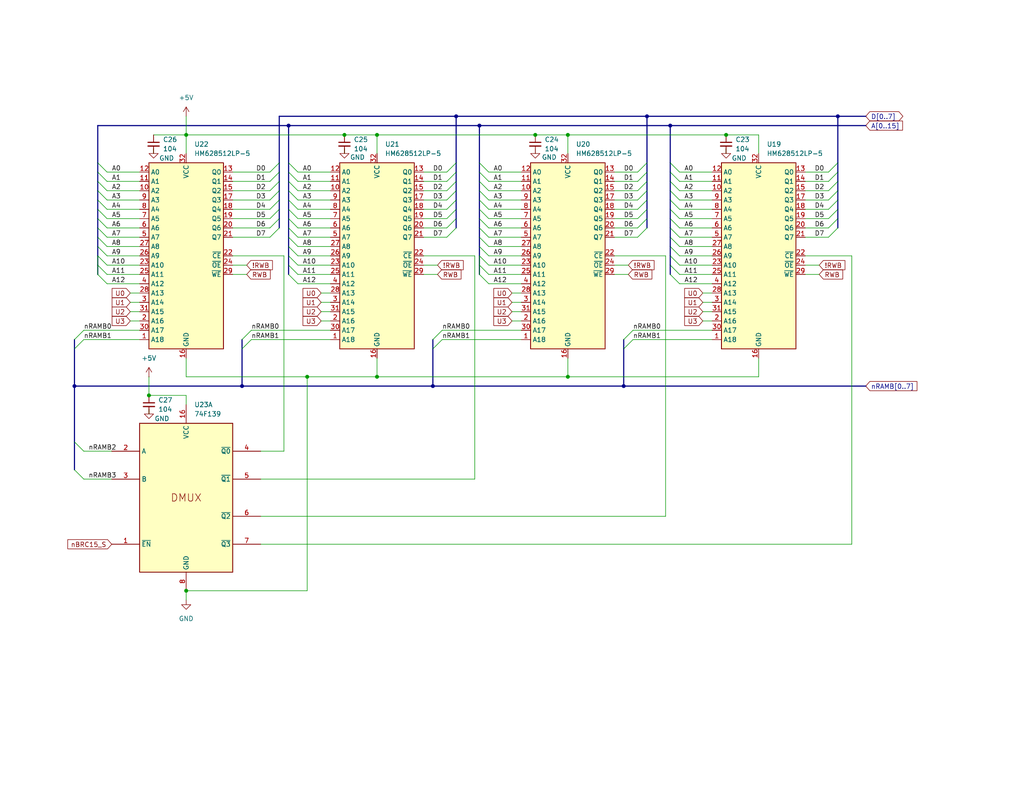
<source format=kicad_sch>
(kicad_sch (version 20231120) (generator "eeschema") (generator_version "8.0")
  (paper "USLetter")
  (title_block (title "Shared RAM Banks") (date "2024-10-09") (rev "0.1A") (company "Data Tuning") (comment 1 "Hydra 16"))
  (lib_symbols
    (symbol "628512_DIP32_1"
      (property "Reference" "U21" (at 2.1941 27.94 0))
      (property "Value" "628512_DIP32" (at 2.1941 25.4 0))
      (symbol "628512_DIP32_1_0_0"
        (pin power_in line (at 0 -30.48 90) (length 2.54) (name "GND") (number "16"))
        (pin power_in line (at 0 25.4 270) (length 2.54) (name "VCC") (number "32"))
      )
      (symbol "628512_DIP32_1_0_1"
        (rectangle (start -10.16 22.86) (end 10.16 -27.94) (stroke (width 0.254)) (fill (type background)))
      )
      (symbol "628512_DIP32_1_1_1"
        (pin input line (at -12.7 -25.4 0) (length 2.54) (name "A18") (number "1"))
        (pin input line (at -12.7 15.24 0) (length 2.54) (name "A2") (number "10"))
        (pin input line (at -12.7 17.78 0) (length 2.54) (name "A1") (number "11"))
        (pin input line (at -12.7 20.32 0) (length 2.54) (name "A0") (number "12"))
        (pin tri_state line (at 12.7 20.32 180) (length 2.54) (name "Q0") (number "13"))
        (pin tri_state line (at 12.7 17.78 180) (length 2.54) (name "Q1") (number "14"))
        (pin tri_state line (at 12.7 15.24 180) (length 2.54) (name "Q2") (number "15"))
        (pin tri_state line (at 12.7 12.7 180) (length 2.54) (name "Q3") (number "17"))
        (pin tri_state line (at 12.7 10.16 180) (length 2.54) (name "Q4") (number "18"))
        (pin tri_state line (at 12.7 7.62 180) (length 2.54) (name "Q5") (number "19"))
        (pin input line (at -12.7 -20.32 0) (length 2.54) (name "A16") (number "2"))
        (pin tri_state line (at 12.7 5.08 180) (length 2.54) (name "Q6") (number "20"))
        (pin tri_state line (at 12.7 2.54 180) (length 2.54) (name "Q7") (number "21"))
        (pin input line (at 12.7 -2.54 180) (length 2.54) (name "~{CE}") (number "22"))
        (pin input line (at -12.7 -5.08 0) (length 2.54) (name "A10") (number "23"))
        (pin input line (at 12.7 -5.08 180) (length 2.54) (name "~{OE}") (number "24"))
        (pin input line (at -12.7 -7.62 0) (length 2.54) (name "A11") (number "25"))
        (pin input line (at -12.7 -2.54 0) (length 2.54) (name "A9") (number "26"))
        (pin input line (at -12.7 0 0) (length 2.54) (name "A8") (number "27"))
        (pin input line (at -12.7 -12.7 0) (length 2.54) (name "A13") (number "28"))
        (pin input line (at 12.7 -7.62 180) (length 2.54) (name "~{WE}") (number "29"))
        (pin input line (at -12.7 -15.24 0) (length 2.54) (name "A14") (number "3"))
        (pin input line (at -12.7 -22.86 0) (length 2.54) (name "A17") (number "30"))
        (pin input line (at -12.7 -17.78 0) (length 2.54) (name "A15") (number "31"))
        (pin input line (at -12.7 -10.16 0) (length 2.54) (name "A12") (number "4"))
        (pin input line (at -12.7 2.54 0) (length 2.54) (name "A7") (number "5"))
        (pin input line (at -12.7 5.08 0) (length 2.54) (name "A6") (number "6"))
        (pin input line (at -12.7 7.62 0) (length 2.54) (name "A5") (number "7"))
        (pin input line (at -12.7 10.16 0) (length 2.54) (name "A4") (number "8"))
        (pin input line (at -12.7 12.7 0) (length 2.54) (name "A3") (number "9"))
      )
    )
    (symbol "74xx_IEEE:74LS139"
      (property "Reference" "U" (at 12.7 22.86 0))
      (property "Value" "74LS139" (at 15.24 -22.86 0))
      (symbol "74LS139_0_0"
        (rectangle (start -12.7 20.32) (end 12.7 -20.32) (stroke (width 0.254)) (fill (type background)))
        (text "DMUX" (at 0 0 0) (effects (font (size 2.032 2.032))))
        (pin power_in line (at 0 25.4 270) (length 5.08) (name "VCC") (number "16"))
        (pin power_in line (at 0 -25.4 90) (length 5.08) (name "GND") (number "8"))
      )
      (symbol "74LS139_1_1"
        (pin input line (at -20.32 -12.7 0) (length 7.62) (name "~{EN}") (number "1"))
        (pin input line (at -20.32 12.7 0) (length 7.62) (name "A") (number "2"))
        (pin input line (at -20.32 5.08 0) (length 7.62) (name "B") (number "3"))
        (pin output line (at 20.32 12.7 180) (length 7.62) (name "~{Q0}") (number "4"))
        (pin output line (at 20.32 5.08 180) (length 7.62) (name "~{Q1}") (number "5"))
        (pin output line (at 20.32 -5.08 180) (length 7.62) (name "~{Q2}") (number "6"))
        (pin output line (at 20.32 -12.7 180) (length 7.62) (name "~{Q3}") (number "7"))
      )
      (symbol "74LS139_2_1"
        (pin output line (at 20.32 -5.08 180) (length 7.62) (name "~{Q2}") (number "10"))
        (pin output line (at 20.32 5.08 180) (length 7.62) (name "~{Q1}") (number "11"))
        (pin output line (at 20.32 12.7 180) (length 7.62) (name "~{Q0}") (number "12"))
        (pin input line (at -20.32 5.08 0) (length 7.62) (name "B") (number "13"))
        (pin input line (at -20.32 12.7 0) (length 7.62) (name "A") (number "14"))
        (pin input line (at -20.32 -12.7 0) (length 7.62) (name "~{EN}") (number "15"))
        (pin output line (at 20.32 -12.7 180) (length 7.62) (name "~{Q3}") (number "9"))
      )
    )
    (symbol "Device:C_Small" (pin_numbers hide) (pin_names (offset 0.254) hide)
      (property "Reference" "C" (at 0.254 1.778 0))
      (property "Value" "C_Small" (at 0.254 -2.032 0))
      (symbol "C_Small_0_1"
        (polyline (pts (xy -1.524 -0.508) (xy 1.524 -0.508)) (stroke (width 0.3302)))
        (polyline (pts (xy -1.524 0.508) (xy 1.524 0.508)) (stroke (width 0.3048)))
      )
      (symbol "C_Small_1_1"
        (pin passive line (at 0 2.54 270) (length 2.032) (name "~") (number "1"))
        (pin passive line (at 0 -2.54 90) (length 2.032) (name "~") (number "2"))
      )
    )
    (symbol "power:+5V" (power) (pin_numbers hide) (pin_names (offset 0) hide)
      (property "Value" "+5V" (at 0 3.556 0))
      (symbol "+5V_0_1"
        (polyline (pts (xy -0.762 1.27) (xy 0 2.54)))
        (polyline (pts (xy 0 0) (xy 0 2.54)))
        (polyline (pts (xy 0 2.54) (xy 0.762 1.27)))
      )
      (symbol "+5V_1_1"
        (pin power_in line (at 0 0 90) (length 0) (name "~") (number "1"))
      )
    )
    (symbol "power:GND" (power) (pin_numbers hide) (pin_names (offset 0) hide)
      (property "Value" "GND" (at 0 -3.81 0))
      (symbol "GND_0_1"
        (polyline (pts (xy 0 0) (xy 0 -1.27) (xy 1.27 -1.27) (xy 0 -2.54) (xy -1.27 -1.27) (xy 0 -1.27)))
      )
      (symbol "GND_1_1"
        (pin power_in line (at 0 0 270) (length 0) (name "~") (number "1"))
      )
    )
  )
  (junction (at 176.53 31.75))
  (junction (at 93.98 36.83))
  (junction (at 83.82 102.87))
  (junction (at 50.8 36.83))
  (junction (at 198.12 36.83))
  (junction (at 78.74 34.29))
  (junction (at 182.88 34.29))
  (junction (at 130.81 34.29))
  (junction (at 40.64 107.95))
  (junction (at 50.8 161.29))
  (junction (at 124.46 31.75))
  (junction (at 102.87 36.83))
  (junction (at 146.05 36.83))
  (junction (at 154.94 102.87))
  (junction (at 102.87 102.87))
  (junction (at 118.11 105.41))
  (junction (at 66.04 105.41))
  (junction (at 170.18 105.41))
  (junction (at 154.94 36.83))
  (junction (at 20.32 105.41))
  (junction (at 228.6 31.75))
  (bus_entry (at 78.74 74.93) (size 2.54 2.54))
  (bus_entry (at 26.67 69.85) (size 2.54 2.54))
  (bus_entry (at 228.6 44.45) (size -2.54 2.54))
  (bus_entry (at 76.2 46.99) (size -2.54 2.54))
  (bus_entry (at 130.81 72.39) (size 2.54 2.54))
  (bus_entry (at 26.67 72.39) (size 2.54 2.54))
  (bus_entry (at 78.74 49.53) (size 2.54 2.54))
  (bus_entry (at 124.46 57.15) (size -2.54 2.54))
  (bus_entry (at 78.74 54.61) (size 2.54 2.54))
  (bus_entry (at 20.32 120.65) (size 2.54 2.54))
  (bus_entry (at 124.46 62.23) (size -2.54 2.54))
  (bus_entry (at 130.81 54.61) (size 2.54 2.54))
  (bus_entry (at 182.88 62.23) (size 2.54 2.54))
  (bus_entry (at 228.6 49.53) (size -2.54 2.54))
  (bus_entry (at 124.46 54.61) (size -2.54 2.54))
  (bus_entry (at 176.53 52.07) (size -2.54 2.54))
  (bus_entry (at 176.53 62.23) (size -2.54 2.54))
  (bus_entry (at 182.88 57.15) (size 2.54 2.54))
  (bus_entry (at 130.81 74.93) (size 2.54 2.54))
  (bus_entry (at 182.88 54.61) (size 2.54 2.54))
  (bus_entry (at 228.6 54.61) (size -2.54 2.54))
  (bus_entry (at 176.53 49.53) (size -2.54 2.54))
  (bus_entry (at 130.81 67.31) (size 2.54 2.54))
  (bus_entry (at 130.81 57.15) (size 2.54 2.54))
  (bus_entry (at 20.32 128.27) (size 2.54 2.54))
  (bus_entry (at 130.81 49.53) (size 2.54 2.54))
  (bus_entry (at 78.74 67.31) (size 2.54 2.54))
  (bus_entry (at 228.6 59.69) (size -2.54 2.54))
  (bus_entry (at 130.81 62.23) (size 2.54 2.54))
  (bus_entry (at 130.81 46.99) (size 2.54 2.54))
  (bus_entry (at 124.46 44.45) (size -2.54 2.54))
  (bus_entry (at 26.67 49.53) (size 2.54 2.54))
  (bus_entry (at 182.88 64.77) (size 2.54 2.54))
  (bus_entry (at 124.46 59.69) (size -2.54 2.54))
  (bus_entry (at 78.74 46.99) (size 2.54 2.54))
  (bus_entry (at 170.18 92.71) (size 2.54 -2.54))
  (bus_entry (at 66.04 92.71) (size 2.54 -2.54))
  (bus_entry (at 170.18 95.25) (size 2.54 -2.54))
  (bus_entry (at 118.11 92.71) (size 2.54 -2.54))
  (bus_entry (at 118.11 95.25) (size 2.54 -2.54))
  (bus_entry (at 78.74 62.23) (size 2.54 2.54))
  (bus_entry (at 228.6 57.15) (size -2.54 2.54))
  (bus_entry (at 182.88 72.39) (size 2.54 2.54))
  (bus_entry (at 228.6 46.99) (size -2.54 2.54))
  (bus_entry (at 130.81 69.85) (size 2.54 2.54))
  (bus_entry (at 182.88 59.69) (size 2.54 2.54))
  (bus_entry (at 20.32 92.71) (size 2.54 -2.54))
  (bus_entry (at 78.74 64.77) (size 2.54 2.54))
  (bus_entry (at 176.53 54.61) (size -2.54 2.54))
  (bus_entry (at 78.74 52.07) (size 2.54 2.54))
  (bus_entry (at 76.2 52.07) (size -2.54 2.54))
  (bus_entry (at 182.88 67.31) (size 2.54 2.54))
  (bus_entry (at 176.53 44.45) (size -2.54 2.54))
  (bus_entry (at 182.88 49.53) (size 2.54 2.54))
  (bus_entry (at 76.2 54.61) (size -2.54 2.54))
  (bus_entry (at 26.67 44.45) (size 2.54 2.54))
  (bus_entry (at 20.32 95.25) (size 2.54 -2.54))
  (bus_entry (at 76.2 59.69) (size -2.54 2.54))
  (bus_entry (at 66.04 95.25) (size 2.54 -2.54))
  (bus_entry (at 176.53 59.69) (size -2.54 2.54))
  (bus_entry (at 130.81 59.69) (size 2.54 2.54))
  (bus_entry (at 130.81 52.07) (size 2.54 2.54))
  (bus_entry (at 26.67 67.31) (size 2.54 2.54))
  (bus_entry (at 228.6 52.07) (size -2.54 2.54))
  (bus_entry (at 26.67 52.07) (size 2.54 2.54))
  (bus_entry (at 124.46 46.99) (size -2.54 2.54))
  (bus_entry (at 78.74 69.85) (size 2.54 2.54))
  (bus_entry (at 26.67 62.23) (size 2.54 2.54))
  (bus_entry (at 26.67 64.77) (size 2.54 2.54))
  (bus_entry (at 76.2 44.45) (size -2.54 2.54))
  (bus_entry (at 182.88 44.45) (size 2.54 2.54))
  (bus_entry (at 182.88 46.99) (size 2.54 2.54))
  (bus_entry (at 26.67 46.99) (size 2.54 2.54))
  (bus_entry (at 76.2 49.53) (size -2.54 2.54))
  (bus_entry (at 78.74 72.39) (size 2.54 2.54))
  (bus_entry (at 78.74 44.45) (size 2.54 2.54))
  (bus_entry (at 76.2 57.15) (size -2.54 2.54))
  (bus_entry (at 26.67 54.61) (size 2.54 2.54))
  (bus_entry (at 124.46 52.07) (size -2.54 2.54))
  (bus_entry (at 26.67 59.69) (size 2.54 2.54))
  (bus_entry (at 182.88 74.93) (size 2.54 2.54))
  (bus_entry (at 182.88 52.07) (size 2.54 2.54))
  (bus_entry (at 130.81 64.77) (size 2.54 2.54))
  (bus_entry (at 124.46 49.53) (size -2.54 2.54))
  (bus_entry (at 78.74 57.15) (size 2.54 2.54))
  (bus_entry (at 182.88 69.85) (size 2.54 2.54))
  (bus_entry (at 228.6 62.23) (size -2.54 2.54))
  (bus_entry (at 26.67 57.15) (size 2.54 2.54))
  (bus_entry (at 76.2 62.23) (size -2.54 2.54))
  (bus_entry (at 130.81 44.45) (size 2.54 2.54))
  (bus_entry (at 78.74 59.69) (size 2.54 2.54))
  (bus_entry (at 176.53 46.99) (size -2.54 2.54))
  (bus_entry (at 176.53 57.15) (size -2.54 2.54))
  (bus_entry (at 26.67 74.93) (size 2.54 2.54))
  (bus (pts (xy 176.53 31.75) (xy 176.53 44.45)))
  (wire (pts (xy 81.28 54.61) (xy 90.17 54.61)))
  (wire (pts (xy 50.8 161.29) (xy 83.82 161.29)))
  (wire (pts (xy 219.71 59.69) (xy 226.06 59.69)))
  (wire (pts (xy 167.64 57.15) (xy 173.99 57.15)))
  (wire (pts (xy 219.71 52.07) (xy 226.06 52.07)))
  (wire (pts (xy 29.21 62.23) (xy 38.1 62.23)))
  (wire (pts (xy 102.87 102.87) (xy 154.94 102.87)))
  (bus (pts (xy 176.53 46.99) (xy 176.53 49.53)))
  (wire (pts (xy 29.21 74.93) (xy 38.1 74.93)))
  (bus (pts (xy 182.88 67.31) (xy 182.88 69.85)))
  (wire (pts (xy 22.86 92.71) (xy 38.1 92.71)))
  (wire (pts (xy 93.98 36.83) (xy 50.8 36.83)))
  (wire (pts (xy 154.94 36.83) (xy 154.94 41.91)))
  (wire (pts (xy 81.28 74.93) (xy 90.17 74.93)))
  (bus (pts (xy 76.2 59.69) (xy 76.2 62.23)))
  (bus (pts (xy 130.81 44.45) (xy 130.81 46.99)))
  (bus (pts (xy 78.74 67.31) (xy 78.74 64.77)))
  (wire (pts (xy 172.72 92.71) (xy 194.31 92.71)))
  (bus (pts (xy 182.88 64.77) (xy 182.88 62.23)))
  (wire (pts (xy 191.77 80.01) (xy 194.31 80.01)))
  (bus (pts (xy 228.6 54.61) (xy 228.6 57.15)))
  (wire (pts (xy 102.87 36.83) (xy 102.87 41.91)))
  (bus (pts (xy 228.6 52.07) (xy 228.6 54.61)))
  (wire (pts (xy 115.57 46.99) (xy 121.92 46.99)))
  (wire (pts (xy 87.63 87.63) (xy 90.17 87.63)))
  (bus (pts (xy 20.32 120.65) (xy 20.32 128.27)))
  (wire (pts (xy 181.61 140.97) (xy 71.12 140.97)))
  (wire (pts (xy 115.57 49.53) (xy 121.92 49.53)))
  (wire (pts (xy 133.35 62.23) (xy 142.24 62.23)))
  (wire (pts (xy 191.77 85.09) (xy 194.31 85.09)))
  (bus (pts (xy 176.53 44.45) (xy 176.53 46.99)))
  (bus (pts (xy 78.74 49.53) (xy 78.74 52.07)))
  (bus (pts (xy 76.2 31.75) (xy 76.2 44.45)))
  (wire (pts (xy 29.21 54.61) (xy 38.1 54.61)))
  (bus (pts (xy 182.88 34.29) (xy 182.88 44.45)))
  (wire (pts (xy 87.63 80.01) (xy 90.17 80.01)))
  (wire (pts (xy 154.94 36.83) (xy 146.05 36.83)))
  (bus (pts (xy 78.74 44.45) (xy 78.74 46.99)))
  (wire (pts (xy 198.12 36.83) (xy 154.94 36.83)))
  (bus (pts (xy 176.53 59.69) (xy 176.53 62.23)))
  (bus (pts (xy 26.67 64.77) (xy 26.67 62.23)))
  (bus (pts (xy 182.88 62.23) (xy 182.88 59.69)))
  (wire (pts (xy 185.42 54.61) (xy 194.31 54.61)))
  (wire (pts (xy 63.5 59.69) (xy 73.66 59.69)))
  (bus (pts (xy 176.53 49.53) (xy 176.53 52.07)))
  (wire (pts (xy 63.5 46.99) (xy 73.66 46.99)))
  (bus (pts (xy 20.32 95.25) (xy 20.32 105.41)))
  (bus (pts (xy 78.74 34.29) (xy 130.81 34.29)))
  (bus (pts (xy 130.81 49.53) (xy 130.81 52.07)))
  (bus (pts (xy 26.67 62.23) (xy 26.67 59.69)))
  (wire (pts (xy 167.64 62.23) (xy 173.99 62.23)))
  (bus (pts (xy 124.46 44.45) (xy 124.46 46.99)))
  (wire (pts (xy 63.5 62.23) (xy 73.66 62.23)))
  (bus (pts (xy 124.46 54.61) (xy 124.46 57.15)))
  (wire (pts (xy 185.42 64.77) (xy 194.31 64.77)))
  (wire (pts (xy 68.58 90.17) (xy 90.17 90.17)))
  (wire (pts (xy 40.64 111.76) (xy 40.64 113.03)))
  (bus (pts (xy 66.04 92.71) (xy 66.04 95.25)))
  (wire (pts (xy 35.56 82.55) (xy 38.1 82.55)))
  (bus (pts (xy 170.18 92.71) (xy 170.18 95.25)))
  (wire (pts (xy 81.28 64.77) (xy 90.17 64.77)))
  (bus (pts (xy 76.2 31.75) (xy 124.46 31.75)))
  (wire (pts (xy 154.94 102.87) (xy 207.01 102.87)))
  (bus (pts (xy 228.6 49.53) (xy 228.6 52.07)))
  (bus (pts (xy 124.46 46.99) (xy 124.46 49.53)))
  (wire (pts (xy 29.21 59.69) (xy 38.1 59.69)))
  (wire (pts (xy 81.28 57.15) (xy 90.17 57.15)))
  (wire (pts (xy 50.8 31.75) (xy 50.8 36.83)))
  (wire (pts (xy 133.35 57.15) (xy 142.24 57.15)))
  (wire (pts (xy 219.71 54.61) (xy 226.06 54.61)))
  (wire (pts (xy 22.86 90.17) (xy 38.1 90.17)))
  (bus (pts (xy 130.81 74.93) (xy 130.81 72.39)))
  (wire (pts (xy 219.71 49.53) (xy 226.06 49.53)))
  (bus (pts (xy 228.6 59.69) (xy 228.6 62.23)))
  (wire (pts (xy 83.82 102.87) (xy 102.87 102.87)))
  (wire (pts (xy 68.58 92.71) (xy 90.17 92.71)))
  (wire (pts (xy 29.21 52.07) (xy 38.1 52.07)))
  (bus (pts (xy 118.11 105.41) (xy 170.18 105.41)))
  (bus (pts (xy 26.67 69.85) (xy 26.67 72.39)))
  (wire (pts (xy 219.71 46.99) (xy 226.06 46.99)))
  (wire (pts (xy 185.42 72.39) (xy 194.31 72.39)))
  (wire (pts (xy 67.31 74.93) (xy 63.5 74.93)))
  (wire (pts (xy 207.01 36.83) (xy 207.01 41.91)))
  (bus (pts (xy 26.67 74.93) (xy 26.67 72.39)))
  (wire (pts (xy 35.56 87.63) (xy 38.1 87.63)))
  (wire (pts (xy 87.63 85.09) (xy 90.17 85.09)))
  (wire (pts (xy 102.87 97.79) (xy 102.87 102.87)))
  (bus (pts (xy 130.81 59.69) (xy 130.81 57.15)))
  (bus (pts (xy 20.32 92.71) (xy 20.32 95.25)))
  (wire (pts (xy 130.81 74.93) (xy 130.81 72.39)))
  (wire (pts (xy 223.52 72.39) (xy 219.71 72.39)))
  (wire (pts (xy 81.28 67.31) (xy 90.17 67.31)))
  (wire (pts (xy 185.42 69.85) (xy 194.31 69.85)))
  (wire (pts (xy 232.41 148.59) (xy 232.41 69.85)))
  (bus (pts (xy 182.88 67.31) (xy 182.88 64.77)))
  (wire (pts (xy 167.64 49.53) (xy 173.99 49.53)))
  (wire (pts (xy 119.38 74.93) (xy 115.57 74.93)))
  (wire (pts (xy 133.35 67.31) (xy 142.24 67.31)))
  (bus (pts (xy 66.04 105.41) (xy 118.11 105.41)))
  (bus (pts (xy 228.6 57.15) (xy 228.6 59.69)))
  (bus (pts (xy 182.88 46.99) (xy 182.88 49.53)))
  (bus (pts (xy 124.46 59.69) (xy 124.46 62.23)))
  (wire (pts (xy 185.42 62.23) (xy 194.31 62.23)))
  (wire (pts (xy 133.35 52.07) (xy 142.24 52.07)))
  (bus (pts (xy 20.32 105.41) (xy 66.04 105.41)))
  (wire (pts (xy 50.8 36.83) (xy 50.8 41.91)))
  (wire (pts (xy 185.42 52.07) (xy 194.31 52.07)))
  (bus (pts (xy 124.46 31.75) (xy 124.46 44.45)))
  (wire (pts (xy 167.64 69.85) (xy 181.61 69.85)))
  (wire (pts (xy 139.7 85.09) (xy 142.24 85.09)))
  (bus (pts (xy 26.67 34.29) (xy 78.74 34.29)))
  (wire (pts (xy 81.28 49.53) (xy 90.17 49.53)))
  (wire (pts (xy 171.45 74.93) (xy 167.64 74.93)))
  (wire (pts (xy 63.5 49.53) (xy 73.66 49.53)))
  (wire (pts (xy 67.31 72.39) (xy 63.5 72.39)))
  (wire (pts (xy 133.35 72.39) (xy 142.24 72.39)))
  (wire (pts (xy 219.71 62.23) (xy 226.06 62.23)))
  (wire (pts (xy 50.8 107.95) (xy 50.8 110.49)))
  (wire (pts (xy 26.67 74.93) (xy 26.67 72.39)))
  (bus (pts (xy 182.88 59.69) (xy 182.88 57.15)))
  (wire (pts (xy 139.7 80.01) (xy 142.24 80.01)))
  (wire (pts (xy 167.64 46.99) (xy 173.99 46.99)))
  (wire (pts (xy 81.28 77.47) (xy 90.17 77.47)))
  (wire (pts (xy 35.56 85.09) (xy 38.1 85.09)))
  (wire (pts (xy 29.21 67.31) (xy 38.1 67.31)))
  (bus (pts (xy 182.88 44.45) (xy 182.88 46.99)))
  (bus (pts (xy 176.53 31.75) (xy 228.6 31.75)))
  (wire (pts (xy 22.86 123.19) (xy 30.48 123.19)))
  (wire (pts (xy 81.28 59.69) (xy 90.17 59.69)))
  (wire (pts (xy 133.35 77.47) (xy 142.24 77.47)))
  (wire (pts (xy 133.35 59.69) (xy 142.24 59.69)))
  (bus (pts (xy 130.81 46.99) (xy 130.81 49.53)))
  (wire (pts (xy 146.05 40.64) (xy 146.05 41.91)))
  (wire (pts (xy 185.42 77.47) (xy 194.31 77.47)))
  (wire (pts (xy 71.12 148.59) (xy 232.41 148.59)))
  (wire (pts (xy 120.65 90.17) (xy 142.24 90.17)))
  (bus (pts (xy 182.88 69.85) (xy 182.88 72.39)))
  (bus (pts (xy 76.2 54.61) (xy 76.2 57.15)))
  (wire (pts (xy 171.45 72.39) (xy 167.64 72.39)))
  (bus (pts (xy 26.67 59.69) (xy 26.67 57.15)))
  (wire (pts (xy 167.64 54.61) (xy 173.99 54.61)))
  (bus (pts (xy 66.04 95.25) (xy 66.04 105.41)))
  (wire (pts (xy 115.57 64.77) (xy 121.92 64.77)))
  (bus (pts (xy 130.81 54.61) (xy 130.81 57.15)))
  (bus (pts (xy 130.81 34.29) (xy 130.81 44.45)))
  (bus (pts (xy 176.53 57.15) (xy 176.53 59.69)))
  (wire (pts (xy 29.21 69.85) (xy 38.1 69.85)))
  (wire (pts (xy 29.21 57.15) (xy 38.1 57.15)))
  (bus (pts (xy 124.46 57.15) (xy 124.46 59.69)))
  (bus (pts (xy 78.74 34.29) (xy 78.74 44.45)))
  (wire (pts (xy 133.35 54.61) (xy 142.24 54.61)))
  (wire (pts (xy 115.57 69.85) (xy 129.54 69.85)))
  (bus (pts (xy 182.88 52.07) (xy 182.88 54.61)))
  (bus (pts (xy 26.67 52.07) (xy 26.67 54.61)))
  (bus (pts (xy 182.88 54.61) (xy 182.88 57.15)))
  (wire (pts (xy 81.28 52.07) (xy 90.17 52.07)))
  (wire (pts (xy 41.91 36.83) (xy 50.8 36.83)))
  (bus (pts (xy 228.6 44.45) (xy 228.6 46.99)))
  (wire (pts (xy 50.8 102.87) (xy 83.82 102.87)))
  (bus (pts (xy 78.74 67.31) (xy 78.74 69.85)))
  (bus (pts (xy 76.2 57.15) (xy 76.2 59.69)))
  (wire (pts (xy 129.54 69.85) (xy 129.54 130.81)))
  (bus (pts (xy 76.2 46.99) (xy 76.2 49.53)))
  (wire (pts (xy 81.28 46.99) (xy 90.17 46.99)))
  (bus (pts (xy 176.53 54.61) (xy 176.53 57.15)))
  (bus (pts (xy 130.81 34.29) (xy 182.88 34.29)))
  (bus (pts (xy 182.88 34.29) (xy 236.22 34.29)))
  (bus (pts (xy 26.67 44.45) (xy 26.67 46.99)))
  (wire (pts (xy 63.5 69.85) (xy 77.47 69.85)))
  (wire (pts (xy 77.47 69.85) (xy 77.47 123.19)))
  (wire (pts (xy 115.57 57.15) (xy 121.92 57.15)))
  (bus (pts (xy 124.46 31.75) (xy 176.53 31.75)))
  (wire (pts (xy 120.65 92.71) (xy 142.24 92.71)))
  (wire (pts (xy 29.21 77.47) (xy 38.1 77.47)))
  (wire (pts (xy 133.35 64.77) (xy 142.24 64.77)))
  (wire (pts (xy 29.21 46.99) (xy 38.1 46.99)))
  (wire (pts (xy 22.86 130.81) (xy 30.48 130.81)))
  (wire (pts (xy 181.61 69.85) (xy 181.61 140.97)))
  (wire (pts (xy 185.42 46.99) (xy 194.31 46.99)))
  (bus (pts (xy 26.67 67.31) (xy 26.67 69.85)))
  (wire (pts (xy 219.71 64.77) (xy 226.06 64.77)))
  (wire (pts (xy 63.5 52.07) (xy 73.66 52.07)))
  (wire (pts (xy 207.01 36.83) (xy 198.12 36.83)))
  (bus (pts (xy 78.74 54.61) (xy 78.74 57.15)))
  (bus (pts (xy 176.53 52.07) (xy 176.53 54.61)))
  (wire (pts (xy 133.35 74.93) (xy 142.24 74.93)))
  (wire (pts (xy 119.38 72.39) (xy 115.57 72.39)))
  (wire (pts (xy 167.64 59.69) (xy 173.99 59.69)))
  (wire (pts (xy 93.98 40.64) (xy 93.98 41.91)))
  (wire (pts (xy 146.05 36.83) (xy 102.87 36.83)))
  (wire (pts (xy 29.21 64.77) (xy 38.1 64.77)))
  (wire (pts (xy 185.42 57.15) (xy 194.31 57.15)))
  (bus (pts (xy 130.81 52.07) (xy 130.81 54.61)))
  (bus (pts (xy 26.67 67.31) (xy 26.67 64.77)))
  (wire (pts (xy 139.7 82.55) (xy 142.24 82.55)))
  (wire (pts (xy 35.56 80.01) (xy 38.1 80.01)))
  (wire (pts (xy 185.42 59.69) (xy 194.31 59.69)))
  (bus (pts (xy 78.74 74.93) (xy 78.74 72.39)))
  (wire (pts (xy 167.64 52.07) (xy 173.99 52.07)))
  (wire (pts (xy 185.42 49.53) (xy 194.31 49.53)))
  (bus (pts (xy 130.81 62.23) (xy 130.81 59.69)))
  (bus (pts (xy 78.74 59.69) (xy 78.74 57.15)))
  (wire (pts (xy 40.64 102.87) (xy 40.64 107.95)))
  (bus (pts (xy 182.88 74.93) (xy 182.88 72.39)))
  (bus (pts (xy 130.81 69.85) (xy 130.81 72.39)))
  (bus (pts (xy 78.74 46.99) (xy 78.74 49.53)))
  (wire (pts (xy 133.35 49.53) (xy 142.24 49.53)))
  (wire (pts (xy 50.8 97.79) (xy 50.8 102.87)))
  (bus (pts (xy 228.6 31.75) (xy 228.6 44.45)))
  (bus (pts (xy 182.88 49.53) (xy 182.88 52.07)))
  (wire (pts (xy 115.57 52.07) (xy 121.92 52.07)))
  (bus (pts (xy 26.67 54.61) (xy 26.67 57.15)))
  (wire (pts (xy 172.72 90.17) (xy 194.31 90.17)))
  (wire (pts (xy 133.35 46.99) (xy 142.24 46.99)))
  (bus (pts (xy 26.67 46.99) (xy 26.67 49.53)))
  (bus (pts (xy 228.6 46.99) (xy 228.6 49.53)))
  (bus (pts (xy 228.6 31.75) (xy 236.22 31.75)))
  (wire (pts (xy 219.71 57.15) (xy 226.06 57.15)))
  (wire (pts (xy 41.91 40.64) (xy 41.91 41.91)))
  (wire (pts (xy 115.57 59.69) (xy 121.92 59.69)))
  (wire (pts (xy 185.42 74.93) (xy 194.31 74.93)))
  (bus (pts (xy 20.32 105.41) (xy 20.32 120.65)))
  (bus (pts (xy 26.67 49.53) (xy 26.67 52.07)))
  (wire (pts (xy 223.52 74.93) (xy 219.71 74.93)))
  (wire (pts (xy 185.42 67.31) (xy 194.31 67.31)))
  (wire (pts (xy 40.64 107.95) (xy 50.8 107.95)))
  (bus (pts (xy 118.11 92.71) (xy 118.11 95.25)))
  (wire (pts (xy 219.71 69.85) (xy 232.41 69.85)))
  (wire (pts (xy 71.12 130.81) (xy 129.54 130.81)))
  (wire (pts (xy 81.28 62.23) (xy 90.17 62.23)))
  (bus (pts (xy 130.81 67.31) (xy 130.81 64.77)))
  (bus (pts (xy 78.74 64.77) (xy 78.74 62.23)))
  (wire (pts (xy 191.77 82.55) (xy 194.31 82.55)))
  (wire (pts (xy 191.77 87.63) (xy 194.31 87.63)))
  (wire (pts (xy 115.57 62.23) (xy 121.92 62.23)))
  (bus (pts (xy 78.74 69.85) (xy 78.74 72.39)))
  (wire (pts (xy 71.12 123.19) (xy 77.47 123.19)))
  (bus (pts (xy 170.18 105.41) (xy 236.22 105.41)))
  (wire (pts (xy 63.5 54.61) (xy 73.66 54.61)))
  (bus (pts (xy 76.2 52.07) (xy 76.2 54.61)))
  (bus (pts (xy 76.2 44.45) (xy 76.2 46.99)))
  (wire (pts (xy 83.82 102.87) (xy 83.82 161.29)))
  (wire (pts (xy 63.5 64.77) (xy 73.66 64.77)))
  (wire (pts (xy 26.67 72.39) (xy 26.67 69.85)))
  (bus (pts (xy 118.11 95.25) (xy 118.11 105.41)))
  (bus (pts (xy 124.46 49.53) (xy 124.46 52.07)))
  (wire (pts (xy 29.21 49.53) (xy 38.1 49.53)))
  (wire (pts (xy 207.01 97.79) (xy 207.01 102.87)))
  (wire (pts (xy 154.94 97.79) (xy 154.94 102.87)))
  (wire (pts (xy 81.28 69.85) (xy 90.17 69.85)))
  (wire (pts (xy 167.64 64.77) (xy 173.99 64.77)))
  (wire (pts (xy 87.63 82.55) (xy 90.17 82.55)))
  (bus (pts (xy 124.46 52.07) (xy 124.46 54.61)))
  (bus (pts (xy 130.81 64.77) (xy 130.81 62.23)))
  (wire (pts (xy 29.21 72.39) (xy 38.1 72.39)))
  (wire (pts (xy 63.5 57.15) (xy 73.66 57.15)))
  (bus (pts (xy 76.2 49.53) (xy 76.2 52.07)))
  (wire (pts (xy 50.8 163.83) (xy 50.8 161.29)))
  (wire (pts (xy 139.7 87.63) (xy 142.24 87.63)))
  (bus (pts (xy 130.81 67.31) (xy 130.81 69.85)))
  (bus (pts (xy 26.67 34.29) (xy 26.67 44.45)))
  (wire (pts (xy 198.12 40.64) (xy 198.12 41.91)))
  (wire (pts (xy 81.28 72.39) (xy 90.17 72.39)))
  (bus (pts (xy 78.74 62.23) (xy 78.74 59.69)))
  (wire (pts (xy 133.35 69.85) (xy 142.24 69.85)))
  (wire (pts (xy 115.57 54.61) (xy 121.92 54.61)))
  (bus (pts (xy 78.74 52.07) (xy 78.74 54.61)))
  (bus (pts (xy 170.18 95.25) (xy 170.18 105.41)))
  (wire (pts (xy 102.87 36.83) (xy 93.98 36.83)))
  (wire (pts (xy 130.81 72.39) (xy 130.81 69.85)))
  (label "nRAMB0" (at 68.58 90.17 0))
  (label "D6" (at 69.85 62.23 0))
  (label "A10" (at 186.69 72.39 0))
  (label "A12" (at 30.48 77.47 0))
  (label "A2" (at 82.55 52.07 0))
  (label "A10" (at 82.55 72.39 0))
  (label "D5" (at 170.18 59.69 0))
  (label "nRAMB2" (at 24.13 123.19 0))
  (label "nRAMB0" (at 172.72 90.17 0))
  (label "A6" (at 186.69 62.23 0))
  (label "A4" (at 30.48 57.15 0))
  (label "D2" (at 118.11 52.07 0))
  (label "D5" (at 222.25 59.69 0))
  (label "D4" (at 69.85 57.15 0))
  (label "nRAMB1" (at 172.72 92.71 0))
  (label "A7" (at 30.48 64.77 0))
  (label "D4" (at 170.18 57.15 0))
  (label "A2" (at 134.62 52.07 0))
  (label "A3" (at 134.62 54.61 0))
  (label "A6" (at 82.55 62.23 0))
  (label "nRAMB1" (at 22.86 92.71 0))
  (label "A4" (at 186.69 57.15 0))
  (label "D7" (at 69.85 64.77 0))
  (label "A11" (at 186.69 74.93 0))
  (label "D5" (at 118.11 59.69 0))
  (label "D0" (at 118.11 46.99 0))
  (label "A9" (at 134.62 69.85 0))
  (label "A5" (at 30.48 59.69 0))
  (label "D2" (at 69.85 52.07 0))
  (label "D7" (at 118.11 64.77 0))
  (label "D2" (at 222.25 52.07 0))
  (label "A3" (at 186.69 54.61 0))
  (label "nRAMB3" (at 24.13 130.81 0))
  (label "A10" (at 134.62 72.39 0))
  (label "A0" (at 30.48 46.99 0))
  (label "D1" (at 222.25 49.53 0))
  (label "A8" (at 82.55 67.31 0))
  (label "A1" (at 30.48 49.53 0))
  (label "A12" (at 82.55 77.47 0))
  (label "D3" (at 170.18 54.61 0))
  (label "A5" (at 134.62 59.69 0))
  (label "A4" (at 134.62 57.15 0))
  (label "D6" (at 118.11 62.23 0))
  (label "A7" (at 186.69 64.77 0))
  (label "A3" (at 82.55 54.61 0))
  (label "D1" (at 118.11 49.53 0))
  (label "A9" (at 30.48 69.85 0))
  (label "A12" (at 186.69 77.47 0))
  (label "A0" (at 186.69 46.99 0))
  (label "A3" (at 30.48 54.61 0))
  (label "A6" (at 134.62 62.23 0))
  (label "D0" (at 222.25 46.99 0))
  (label "A11" (at 82.55 74.93 0))
  (label "nRAMB0" (at 120.65 90.17 0))
  (label "A11" (at 134.62 74.93 0))
  (label "D6" (at 170.18 62.23 0))
  (label "A12" (at 134.62 77.47 0))
  (label "A1" (at 82.55 49.53 0))
  (label "A0" (at 134.62 46.99 0))
  (label "A0" (at 82.55 46.99 0))
  (label "A7" (at 134.62 64.77 0))
  (label "A8" (at 134.62 67.31 0))
  (label "D1" (at 170.18 49.53 0))
  (label "A8" (at 186.69 67.31 0))
  (label "D7" (at 170.18 64.77 0))
  (label "D4" (at 222.25 57.15 0))
  (label "A6" (at 30.48 62.23 0))
  (label "A2" (at 30.48 52.07 0))
  (label "D4" (at 118.11 57.15 0))
  (label "A5" (at 82.55 59.69 0))
  (label "A9" (at 82.55 69.85 0))
  (label "A1" (at 134.62 49.53 0))
  (label "A2" (at 186.69 52.07 0))
  (label "D0" (at 69.85 46.99 0))
  (label "A8" (at 30.48 67.31 0))
  (label "D6" (at 222.25 62.23 0))
  (label "D7" (at 222.25 64.77 0))
  (label "D3" (at 118.11 54.61 0))
  (label "D3" (at 69.85 54.61 0))
  (label "A9" (at 186.69 69.85 0))
  (label "A5" (at 186.69 59.69 0))
  (label "A1" (at 186.69 49.53 0))
  (label "nRAMB1" (at 68.58 92.71 0))
  (label "A4" (at 82.55 57.15 0))
  (label "D2" (at 170.18 52.07 0))
  (label "A11" (at 30.48 74.93 0))
  (label "D3" (at 222.25 54.61 0))
  (label "D1" (at 69.85 49.53 0))
  (label "nRAMB1" (at 120.65 92.71 0))
  (label "D0" (at 170.18 46.99 0))
  (label "A7" (at 82.55 64.77 0))
  (label "nRAMB0" (at 22.86 90.17 0))
  (label "D5" (at 69.85 59.69 0))
  (label "A10" (at 30.48 72.39 0))
  (global_label "U2" (shape input) (at 191.77 85.09 180) (property "Intersheetrefs" "${INTERSHEET_REFS}" (effects (hide yes))))
  (global_label "U3" (shape input) (at 87.63 87.63 180) (property "Intersheetrefs" "${INTERSHEET_REFS}" (effects (hide yes))))
  (global_label "U2" (shape input) (at 139.7 85.09 180) (property "Intersheetrefs" "${INTERSHEET_REFS}" (effects (hide yes))))
  (global_label "U1" (shape input) (at 35.56 82.55 180) (property "Intersheetrefs" "${INTERSHEET_REFS}" (effects (hide yes))))
  (global_label "U1" (shape input) (at 87.63 82.55 180) (property "Intersheetrefs" "${INTERSHEET_REFS}" (effects (hide yes))))
  (global_label "U0" (shape input) (at 139.7 80.01 180) (property "Intersheetrefs" "${INTERSHEET_REFS}" (effects (hide yes))))
  (global_label "nRAMB[0..7]" (shape input) (at 236.22 105.41 0) (property "Intersheetrefs" "${INTERSHEET_REFS}" (effects (hide yes))))
  (global_label "U3" (shape input) (at 35.56 87.63 180) (property "Intersheetrefs" "${INTERSHEET_REFS}" (effects (hide yes))))
  (global_label "RWB" (shape input) (at 119.38 74.93 0) (property "Intersheetrefs" "${INTERSHEET_REFS}" (effects (hide yes))))
  (global_label "U3" (shape input) (at 191.77 87.63 180) (property "Intersheetrefs" "${INTERSHEET_REFS}" (effects (hide yes))))
  (global_label "!RWB" (shape input) (at 119.38 72.39 0) (property "Intersheetrefs" "${INTERSHEET_REFS}" (effects (hide yes))))
  (global_label "!RWB" (shape input) (at 223.52 72.39 0) (property "Intersheetrefs" "${INTERSHEET_REFS}" (effects (hide yes))))
  (global_label "RWB" (shape input) (at 171.45 74.93 0) (property "Intersheetrefs" "${INTERSHEET_REFS}" (effects (hide yes))))
  (global_label "U0" (shape input) (at 191.77 80.01 180) (property "Intersheetrefs" "${INTERSHEET_REFS}" (effects (hide yes))))
  (global_label "U1" (shape input) (at 191.77 82.55 180) (property "Intersheetrefs" "${INTERSHEET_REFS}" (effects (hide yes))))
  (global_label "!RWB" (shape input) (at 171.45 72.39 0) (property "Intersheetrefs" "${INTERSHEET_REFS}" (effects (hide yes))))
  (global_label "U2" (shape input) (at 87.63 85.09 180) (property "Intersheetrefs" "${INTERSHEET_REFS}" (effects (hide yes))))
  (global_label "U3" (shape input) (at 139.7 87.63 180) (property "Intersheetrefs" "${INTERSHEET_REFS}" (effects (hide yes))))
  (global_label "U1" (shape input) (at 139.7 82.55 180) (property "Intersheetrefs" "${INTERSHEET_REFS}" (effects (hide yes))))
  (global_label "U0" (shape input) (at 87.63 80.01 180) (property "Intersheetrefs" "${INTERSHEET_REFS}" (effects (hide yes))))
  (global_label "U0" (shape input) (at 35.56 80.01 180) (property "Intersheetrefs" "${INTERSHEET_REFS}" (effects (hide yes))))
  (global_label "U2" (shape input) (at 35.56 85.09 180) (property "Intersheetrefs" "${INTERSHEET_REFS}" (effects (hide yes))))
  (global_label "A[0..15]" (shape input) (at 236.22 34.29 0) (property "Intersheetrefs" "${INTERSHEET_REFS}" (effects (hide yes))))
  (global_label "D[0..7]" (shape bidirectional) (at 236.22 31.75 0) (property "Intersheetrefs" "${INTERSHEET_REFS}" (effects (hide yes))))
  (global_label "nBRC15_S" (shape input) (at 30.48 148.59 180) (property "Intersheetrefs" "${INTERSHEET_REFS}" (effects (hide yes))))
  (global_label "!RWB" (shape input) (at 67.31 72.39 0) (property "Intersheetrefs" "${INTERSHEET_REFS}" (effects (hide yes))))
  (global_label "RWB" (shape input) (at 67.31 74.93 0) (property "Intersheetrefs" "${INTERSHEET_REFS}" (effects (hide yes))))
  (global_label "RWB" (shape input) (at 223.52 74.93 0) (property "Intersheetrefs" "${INTERSHEET_REFS}" (effects (hide yes))))
  (symbol (lib_name "628512_DIP32_1") (lib_id "Memory_RAM:628512_DIP32") (at 154.94 67.31 0) (unit 1)
    (property "Reference" "U20" (at 157.1341 39.37 0) (effects (justify left)))
    (property "Value" "HM628512LP-5" (at 157.1341 41.91 0) (effects (justify left)))
    (property "Footprint" "Package_DIP:DIP-32_W15.24mm_Socket_LongPads" (effects (hide yes)))
    (property "Datasheet" "http://www.futurlec.com/Datasheet/Memory/628512.pdf" (effects (hide yes)))
    (property "Description" "512K x 8 High-Speed CMOS Static RAM, 55/70ns, DIP-32" (effects (hide yes)))
  )
  (symbol (lib_id "Device:C_Small") (at 41.91 39.37 0) (unit 1)
    (property "Reference" "C26" (at 44.45 38.1062 0) (effects (justify left)))
    (property "Value" "104" (at 44.45 40.6462 0) (effects (justify left)))
    (property "Footprint" "Capacitor_THT:C_Disc_D5.0mm_W2.5mm_P5.00mm" (effects (hide yes)))
    (property "Description" "Unpolarized capacitor, small symbol" (effects (hide yes)))
  )
  (symbol (lib_id "Device:C_Small") (at 146.05 39.37 0) (unit 1)
    (property "Reference" "C24" (at 148.59 38.1062 0) (effects (justify left)))
    (property "Value" "104" (at 148.59 40.6462 0) (effects (justify left)))
    (property "Footprint" "Capacitor_THT:C_Disc_D5.0mm_W2.5mm_P5.00mm" (effects (hide yes)))
    (property "Description" "Unpolarized capacitor, small symbol" (effects (hide yes)))
  )
  (symbol (lib_id "power:GND") (at 93.98 40.64 0) (unit 1)
    (property "Reference" "#PWR028" (effects (hide yes)))
    (property "Value" "GND" (at 97.536 42.926 0))
    (property "Description" "Power symbol creates a global label with name \"GND\" , ground" (effects (hide yes)))
  )
  (symbol (lib_id "power:+5V") (at 40.64 102.87 0) (unit 1)
    (property "Reference" "#PWR041" (effects (hide yes)))
    (property "Value" "+5V" (at 40.64 97.79 0))
    (property "Description" "Power symbol creates a global label with name \"+5V\"" (effects (hide yes)))
  )
  (symbol (lib_id "power:GND") (at 41.91 40.64 0) (unit 1)
    (property "Reference" "#PWR029" (effects (hide yes)))
    (property "Value" "GND" (at 45.466 43.18 0))
    (property "Description" "Power symbol creates a global label with name \"GND\" , ground" (effects (hide yes)))
  )
  (symbol (lib_id "Device:C_Small") (at 40.64 110.49 0) (unit 1)
    (property "Reference" "C27" (at 43.18 109.2262 0) (effects (justify left)))
    (property "Value" "104" (at 43.18 111.7662 0) (effects (justify left)))
    (property "Footprint" "Capacitor_THT:C_Disc_D5.0mm_W2.5mm_P5.00mm" (effects (hide yes)))
    (property "Description" "Unpolarized capacitor, small symbol" (effects (hide yes)))
  )
  (symbol (lib_name "628512_DIP32_1") (lib_id "Memory_RAM:628512_DIP32") (at 207.01 67.31 0) (unit 1)
    (property "Reference" "U19" (at 209.2041 39.37 0) (effects (justify left)))
    (property "Value" "HM628512LP-5" (at 209.2041 41.91 0) (effects (justify left)))
    (property "Footprint" "Package_DIP:DIP-32_W15.24mm_Socket_LongPads" (effects (hide yes)))
    (property "Datasheet" "http://www.futurlec.com/Datasheet/Memory/628512.pdf" (effects (hide yes)))
    (property "Description" "512K x 8 High-Speed CMOS Static RAM, 55/70ns, DIP-32" (effects (hide yes)))
  )
  (symbol (lib_id "power:GND") (at 198.12 40.64 0) (unit 1)
    (property "Reference" "#PWR026" (effects (hide yes)))
    (property "Value" "GND" (at 201.676 43.18 0))
    (property "Description" "Power symbol creates a global label with name \"GND\" , ground" (effects (hide yes)))
  )
  (symbol (lib_id "Device:C_Small") (at 93.98 39.37 0) (unit 1)
    (property "Reference" "C25" (at 96.52 38.1062 0) (effects (justify left)))
    (property "Value" "104" (at 96.52 40.6462 0) (effects (justify left)))
    (property "Footprint" "Capacitor_THT:C_Disc_D5.0mm_W2.5mm_P5.00mm" (effects (hide yes)))
    (property "Description" "Unpolarized capacitor, small symbol" (effects (hide yes)))
  )
  (symbol (lib_id "power:GND") (at 146.05 40.64 0) (unit 1)
    (property "Reference" "#PWR027" (effects (hide yes)))
    (property "Value" "GND" (at 149.86 42.926 0))
    (property "Description" "Power symbol creates a global label with name \"GND\" , ground" (effects (hide yes)))
  )
  (symbol (lib_name "628512_DIP32_1") (lib_id "Memory_RAM:628512_DIP32") (at 50.8 67.31 0) (unit 1)
    (property "Reference" "U22" (at 52.9941 39.37 0) (effects (justify left)))
    (property "Value" "HM628512LP-5" (at 52.9941 41.91 0) (effects (justify left)))
    (property "Footprint" "Package_DIP:DIP-32_W15.24mm_Socket_LongPads" (effects (hide yes)))
    (property "Datasheet" "http://www.futurlec.com/Datasheet/Memory/628512.pdf" (effects (hide yes)))
    (property "Description" "512K x 8 High-Speed CMOS Static RAM, 55/70ns, DIP-32" (effects (hide yes)))
  )
  (symbol (lib_id "Device:C_Small") (at 198.12 39.37 0) (unit 1)
    (property "Reference" "C23" (at 200.66 38.1062 0) (effects (justify left)))
    (property "Value" "104" (at 200.66 40.6462 0) (effects (justify left)))
    (property "Footprint" "Capacitor_THT:C_Disc_D5.0mm_W2.5mm_P5.00mm" (effects (hide yes)))
    (property "Description" "Unpolarized capacitor, small symbol" (effects (hide yes)))
  )
  (symbol (lib_id "power:GND") (at 50.8 163.83 0) (unit 1)
    (property "Reference" "#PWR06" (effects (hide yes)))
    (property "Value" "GND" (at 50.8 168.91 0))
    (property "Description" "Power symbol creates a global label with name \"GND\" , ground" (effects (hide yes)))
  )
  (symbol (lib_id "power:+5V") (at 50.8 31.75 0) (unit 1)
    (property "Reference" "#PWR05" (effects (hide yes)))
    (property "Value" "+5V" (at 50.8 26.67 0))
    (property "Description" "Power symbol creates a global label with name \"+5V\"" (effects (hide yes)))
  )
  (symbol (lib_name "628512_DIP32_1") (lib_id "Memory_RAM:628512_DIP32") (at 102.87 67.31 0) (unit 1)
    (property "Reference" "U21" (at 105.0641 39.37 0) (effects (justify left)))
    (property "Value" "HM628512LP-5" (at 105.0641 41.91 0) (effects (justify left)))
    (property "Footprint" "Package_DIP:DIP-32_W15.24mm_Socket_LongPads" (effects (hide yes)))
    (property "Datasheet" "http://www.futurlec.com/Datasheet/Memory/628512.pdf" (effects (hide yes)))
    (property "Description" "512K x 8 High-Speed CMOS Static RAM, 55/70ns, DIP-32" (effects (hide yes)))
  )
  (symbol (lib_id "74xx_IEEE:74LS139") (at 50.8 135.89 0) (unit 1)
    (property "Reference" "U23" (at 52.9941 110.49 0) (effects (justify left)))
    (property "Value" "74F139" (at 52.9941 113.03 0) (effects (justify left)))
    (property "Footprint" "Package_DIP:DIP-16_W7.62mm_Socket_LongPads" (effects (hide yes)))
    (property "Datasheet" "http://www.ti.com/lit/ds/symlink/sn74ls139a.pdf" (effects (hide yes)))
    (property "Description" "Dual Decoder 1 of 4, Active low outputs" (effects (hide yes)))
  )
  (symbol (lib_id "power:GND") (at 40.64 111.76 0) (unit 1)
    (property "Reference" "#PWR030" (effects (hide yes)))
    (property "Value" "GND" (at 44.196 114.3 0))
    (property "Description" "Power symbol creates a global label with name \"GND\" , ground" (effects (hide yes)))
  )
)
</source>
